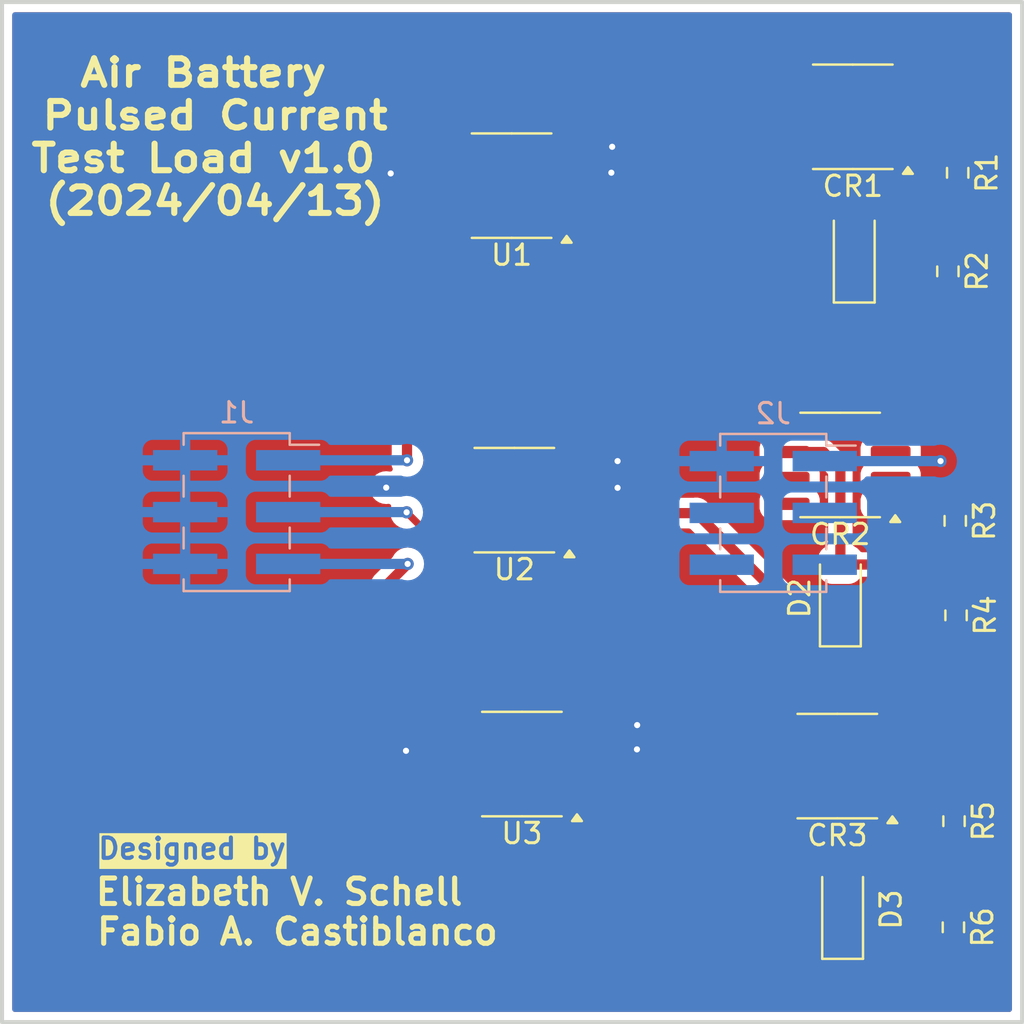
<source format=kicad_pcb>
(kicad_pcb (version 20240108) (generator "pcbnew") (generator_version "8.0")
  (title_block (title "Pulsed Current Battery Load") (company "IoT4Ag at Purdue") (comment 1 "Andrew D. Balmos") (comment 2 "Reviewed by") (comment 3 "Circuit Design by Elizabeth V. Schell") (comment 4 "PCB Design by Fabio A. Castiblanco"))
  (layers (0 "F.Cu" signal) (31 "B.Cu" signal) (34 "B.Paste" user) (35 "F.Paste" user) (36 "B.SilkS" user "B.Silkscreen") (37 "F.SilkS" user "F.Silkscreen") (38 "B.Mask" user) (39 "F.Mask" user) (44 "Edge.Cuts" user))
  (net 0 "")
  (net 1 "Net-(CR1-V-)")
  (net 2 "Net-(D1-K)")
  (net 3 "Net-(CR2-V-)")
  (net 4 "Net-(D2-K)")
  (net 5 "Net-(CR3-V-)")
  (net 6 "Net-(D3-K)")
  (net 7 "GND")
  (net 8 "/P2+")
  (net 9 "/P3+")
  (net 10 "/P1+")
  (net 11 "/IN6")
  (net 12 "/IN3")
  (net 13 "/IN4")
  (net 14 "/5V_SW")
  (net 15 "/IN5")
  (net 16 "Net-(CR1-ADJ)")
  (net 17 "Net-(CR2-ADJ)")
  (net 18 "Net-(CR3-ADJ)")
  (footprint "Package_SO:SOIC-8_3.9x4.9mm_P1.27mm" (layer "F.Cu") (at 184.7 49.625 180)
    (property "Reference" "CR1" (at 0 -3.4 180) (layer "F.SilkS"))
    (property "Value" "LM234DT" (hide yes))
    (fp_line (start 0 2.56) (end 1.95 2.56) (stroke (width 0.12)) (layer "F.SilkS"))
    (fp_line (start 0 2.56) (end -1.95 2.56) (stroke (width 0.12)) (layer "F.SilkS"))
    (fp_line (start 0 -2.56) (end 1.95 -2.56) (stroke (width 0.12)) (layer "F.SilkS"))
    (fp_line (start 0 -2.56) (end -1.95 -2.56) (stroke (width 0.12)) (layer "F.SilkS"))
    (fp_poly (pts (xy -2.7 -2.465) (xy -2.94 -2.795) (xy -2.46 -2.795) (xy -2.7 -2.465)) (stroke (width 0.12)) (fill solid) (layer "F.SilkS"))
    (pad "1" smd roundrect (at -2.475 -1.905 180) (size 1.95 0.6) (layers "F.Cu" "F.Paste" "F.Mask") (net 16 "Net-(CR1-ADJ)"))
    (pad "2" smd roundrect (at -2.475 -0.635 180) (size 1.95 0.6) (layers "F.Cu" "F.Paste" "F.Mask"))
    (pad "3" smd roundrect (at -2.475 0.635 180) (size 1.95 0.6) (layers "F.Cu" "F.Paste" "F.Mask"))
    (pad "4" smd roundrect (at -2.475 1.905 180) (size 1.95 0.6) (layers "F.Cu" "F.Paste" "F.Mask") (net 14 "/5V_SW"))
    (pad "5" smd roundrect (at 2.475 1.905 180) (size 1.95 0.6) (layers "F.Cu" "F.Paste" "F.Mask"))
    (pad "6" smd roundrect (at 2.475 0.635 180) (size 1.95 0.6) (layers "F.Cu" "F.Paste" "F.Mask") (net 1 "Net-(CR1-V-)"))
    (pad "7" smd roundrect (at 2.475 -0.635 180) (size 1.95 0.6) (layers "F.Cu" "F.Paste" "F.Mask"))
    (pad "8" smd roundrect (at 2.475 -1.905 180) (size 1.95 0.6) (layers "F.Cu" "F.Paste" "F.Mask"))
  )
  (footprint "Resistor_SMD:R_0603_1608Metric" (layer "F.Cu") (at 189.36 57.2 -90)
    (property "Reference" "R2" (at 0 -1.43 90) (layer "F.SilkS"))
    (property "Value" "41200" (hide yes))
    (fp_line (start -0.237258 0.5225) (end 0.237258 0.5225) (stroke (width 0.12)) (layer "F.SilkS"))
    (fp_line (start -0.237258 -0.5225) (end 0.237258 -0.5225) (stroke (width 0.12)) (layer "F.SilkS"))
    (pad "1" smd roundrect (at -0.825 0 270) (size 0.8 0.95) (layers "F.Cu" "F.Paste" "F.Mask") (net 16 "Net-(CR1-ADJ)"))
    (pad "2" smd roundrect (at 0.825 0 270) (size 0.8 0.95) (layers "F.Cu" "F.Paste" "F.Mask") (net 2 "Net-(D1-K)"))
  )
  (footprint "Package_SO:SOIC-8_3.9x4.9mm_P1.27mm" (layer "F.Cu") (at 184.08 66.69 180)
    (property "Reference" "CR2" (at 0 -3.4 180) (layer "F.SilkS"))
    (property "Value" "LM234DT" (hide yes))
    (fp_line (start 0 2.56) (end 1.95 2.56) (stroke (width 0.12)) (layer "F.SilkS"))
    (fp_line (start 0 2.56) (end -1.95 2.56) (stroke (width 0.12)) (layer "F.SilkS"))
    (fp_line (start 0 -2.56) (end 1.95 -2.56) (stroke (width 0.12)) (layer "F.SilkS"))
    (fp_line (start 0 -2.56) (end -1.95 -2.56) (stroke (width 0.12)) (layer "F.SilkS"))
    (fp_poly (pts (xy -2.7 -2.465) (xy -2.94 -2.795) (xy -2.46 -2.795) (xy -2.7 -2.465)) (stroke (width 0.12)) (fill solid) (layer "F.SilkS"))
    (pad "1" smd roundrect (at -2.475 -1.905 180) (size 1.95 0.6) (layers "F.Cu" "F.Paste" "F.Mask") (net 17 "Net-(CR2-ADJ)"))
    (pad "2" smd roundrect (at -2.475 -0.635 180) (size 1.95 0.6) (layers "F.Cu" "F.Paste" "F.Mask"))
    (pad "3" smd roundrect (at -2.475 0.635 180) (size 1.95 0.6) (layers "F.Cu" "F.Paste" "F.Mask"))
    (pad "4" smd roundrect (at -2.475 1.905 180) (size 1.95 0.6) (layers "F.Cu" "F.Paste" "F.Mask") (net 14 "/5V_SW"))
    (pad "5" smd roundrect (at 2.475 1.905 180) (size 1.95 0.6) (layers "F.Cu" "F.Paste" "F.Mask"))
    (pad "6" smd roundrect (at 2.475 0.635 180) (size 1.95 0.6) (layers "F.Cu" "F.Paste" "F.Mask") (net 3 "Net-(CR2-V-)"))
    (pad "7" smd roundrect (at 2.475 -0.635 180) (size 1.95 0.6) (layers "F.Cu" "F.Paste" "F.Mask"))
    (pad "8" smd roundrect (at 2.475 -1.905 180) (size 1.95 0.6) (layers "F.Cu" "F.Paste" "F.Mask"))
  )
  (footprint "Resistor_SMD:R_0603_1608Metric" (layer "F.Cu") (at 189.66 84.15 -90)
    (property "Reference" "R5" (at 0 -1.43 90) (layer "F.SilkS"))
    (property "Value" "4120" (hide yes))
    (fp_line (start -0.237258 0.5225) (end 0.237258 0.5225) (stroke (width 0.12)) (layer "F.SilkS"))
    (fp_line (start -0.237258 -0.5225) (end 0.237258 -0.5225) (stroke (width 0.12)) (layer "F.SilkS"))
    (pad "1" smd roundrect (at -0.825 0 270) (size 0.8 0.95) (layers "F.Cu" "F.Paste" "F.Mask") (net 18 "Net-(CR3-ADJ)"))
    (pad "2" smd roundrect (at 0.825 0 270) (size 0.8 0.95) (layers "F.Cu" "F.Paste" "F.Mask") (net 5 "Net-(CR3-V-)"))
  )
  (footprint "components:penn_logo" (layer "F.Cu") (at 151.33 58.03)
    (property "Reference" "G1" (hide yes))
    (property "Value" "LOGO" (hide yes))
  )
  (footprint "Diode_SMD:D_SOD-123" (layer "F.Cu") (at 184.77 56.3675 90)
    (property "Reference" "D1" (hide yes))
    (property "Value" "1N4148" (hide yes))
    (fp_line (start -2.36 -1) (end 1.65 -1) (stroke (width 0.12)) (layer "F.SilkS"))
    (fp_line (start -2.36 -1) (end -2.36 1) (stroke (width 0.12)) (layer "F.SilkS"))
    (fp_line (start -2.36 1) (end 1.65 1) (stroke (width 0.12)) (layer "F.SilkS"))
    (pad "1" smd roundrect (at -1.65 0 90) (size 0.9 1.2) (layers "F.Cu" "F.Paste" "F.Mask") (net 2 "Net-(D1-K)"))
    (pad "2" smd roundrect (at 1.65 0 90) (size 0.9 1.2) (layers "F.Cu" "F.Paste" "F.Mask") (net 1 "Net-(CR1-V-)"))
  )
  (footprint "Diode_SMD:D_SOD-123" (layer "F.Cu") (at 184.2 88.5375 90)
    (property "Reference" "D3" (at 0.0575 2.37 270) (layer "F.SilkS"))
    (property "Value" "1N4148" (hide yes))
    (fp_line (start -2.36 -1) (end 1.65 -1) (stroke (width 0.12)) (layer "F.SilkS"))
    (fp_line (start -2.36 -1) (end -2.36 1) (stroke (width 0.12)) (layer "F.SilkS"))
    (fp_line (start -2.36 1) (end 1.65 1) (stroke (width 0.12)) (layer "F.SilkS"))
    (pad "1" smd roundrect (at -1.65 0 90) (size 0.9 1.2) (layers "F.Cu" "F.Paste" "F.Mask") (net 6 "Net-(D3-K)"))
    (pad "2" smd roundrect (at 1.65 0 90) (size 0.9 1.2) (layers "F.Cu" "F.Paste" "F.Mask") (net 5 "Net-(CR3-V-)"))
  )
  (footprint "components:iot4ag" (layer "F.Cu") (at 152.348219 61.963)
    (property "Reference" "G2" (hide yes))
    (property "Value" "LOGO" (hide yes))
  )
  (footprint "Resistor_SMD:R_0603_1608Metric" (layer "F.Cu") (at 189.76 74.06 -90)
    (property "Reference" "R4" (at 0 -1.43 90) (layer "F.SilkS"))
    (property "Value" "41200" (hide yes))
    (fp_line (start -0.237258 0.5225) (end 0.237258 0.5225) (stroke (width 0.12)) (layer "F.SilkS"))
    (fp_line (start -0.237258 -0.5225) (end 0.237258 -0.5225) (stroke (width 0.12)) (layer "F.SilkS"))
    (pad "1" smd roundrect (at -0.825 0 270) (size 0.8 0.95) (layers "F.Cu" "F.Paste" "F.Mask") (net 17 "Net-(CR2-ADJ)"))
    (pad "2" smd roundrect (at 0.825 0 270) (size 0.8 0.95) (layers "F.Cu" "F.Paste" "F.Mask") (net 4 "Net-(D2-K)"))
  )
  (footprint "Diode_SMD:D_SOD-123" (layer "F.Cu") (at 184.09 73.22 90)
    (property "Reference" "D2" (at 0 -2 270) (layer "F.SilkS"))
    (property "Value" "1N4148" (hide yes))
    (fp_line (start -2.36 -1) (end 1.65 -1) (stroke (width 0.12)) (layer "F.SilkS"))
    (fp_line (start -2.36 -1) (end -2.36 1) (stroke (width 0.12)) (layer "F.SilkS"))
    (fp_line (start -2.36 1) (end 1.65 1) (stroke (width 0.12)) (layer "F.SilkS"))
    (pad "1" smd roundrect (at -1.65 0 90) (size 0.9 1.2) (layers "F.Cu" "F.Paste" "F.Mask") (net 4 "Net-(D2-K)"))
    (pad "2" smd roundrect (at 1.65 0 90) (size 0.9 1.2) (layers "F.Cu" "F.Paste" "F.Mask") (net 3 "Net-(CR2-V-)"))
  )
  (footprint "Package_SO:SOIC-8_3.9x4.9mm_P1.27mm" (layer "F.Cu") (at 183.94 81.45 180)
    (property "Reference" "CR3" (at 0 -3.4 180) (layer "F.SilkS"))
    (property "Value" "LM234DT" (hide yes))
    (fp_line (start 0 2.56) (end 1.95 2.56) (stroke (width 0.12)) (layer "F.SilkS"))
    (fp_line (start 0 2.56) (end -1.95 2.56) (stroke (width 0.12)) (layer "F.SilkS"))
    (fp_line (start 0 -2.56) (end 1.95 -2.56) (stroke (width 0.12)) (layer "F.SilkS"))
    (fp_line (start 0 -2.56) (end -1.95 -2.56) (stroke (width 0.12)) (layer "F.SilkS"))
    (fp_poly (pts (xy -2.7 -2.465) (xy -2.94 -2.795) (xy -2.46 -2.795) (xy -2.7 -2.465)) (stroke (width 0.12)) (fill solid) (layer "F.SilkS"))
    (pad "1" smd roundrect (at -2.475 -1.905 180) (size 1.95 0.6) (layers "F.Cu" "F.Paste" "F.Mask") (net 18 "Net-(CR3-ADJ)"))
    (pad "2" smd roundrect (at -2.475 -0.635 180) (size 1.95 0.6) (layers "F.Cu" "F.Paste" "F.Mask"))
    (pad "3" smd roundrect (at -2.475 0.635 180) (size 1.95 0.6) (layers "F.Cu" "F.Paste" "F.Mask"))
    (pad "4" smd roundrect (at -2.475 1.905 180) (size 1.95 0.6) (layers "F.Cu" "F.Paste" "F.Mask") (net 14 "/5V_SW"))
    (pad "5" smd roundrect (at 2.475 1.905 180) (size 1.95 0.6) (layers "F.Cu" "F.Paste" "F.Mask"))
    (pad "6" smd roundrect (at 2.475 0.635 180) (size 1.95 0.6) (layers "F.Cu" "F.Paste" "F.Mask") (net 5 "Net-(CR3-V-)"))
    (pad "7" smd roundrect (at 2.475 -0.635 180) (size 1.95 0.6) (layers "F.Cu" "F.Paste" "F.Mask"))
    (pad "8" smd roundrect (at 2.475 -1.905 180) (size 1.95 0.6) (layers "F.Cu" "F.Paste" "F.Mask"))
  )
  (footprint "Resistor_SMD:R_0603_1608Metric" (layer "F.Cu") (at 189.72 69.43 -90)
    (property "Reference" "R3" (at 0 -1.43 90) (layer "F.SilkS"))
    (property "Value" "4120" (hide yes))
    (fp_line (start -0.237258 0.5225) (end 0.237258 0.5225) (stroke (width 0.12)) (layer "F.SilkS"))
    (fp_line (start -0.237258 -0.5225) (end 0.237258 -0.5225) (stroke (width 0.12)) (layer "F.SilkS"))
    (pad "1" smd roundrect (at -0.825 0 270) (size 0.8 0.95) (layers "F.Cu" "F.Paste" "F.Mask") (net 17 "Net-(CR2-ADJ)"))
    (pad "2" smd roundrect (at 0.825 0 270) (size 0.8 0.95) (layers "F.Cu" "F.Paste" "F.Mask") (net 3 "Net-(CR2-V-)"))
  )
  (footprint "Package_SO:SOIC-8_3.9x4.9mm_P1.27mm" (layer "F.Cu") (at 168.48 81.35 180)
    (property "Reference" "U3" (at 0 -3.4 180) (layer "F.SilkS"))
    (property "Value" "eALD1116SAL" (hide yes))
    (fp_line (start 0 2.56) (end 1.95 2.56) (stroke (width 0.12)) (layer "F.SilkS"))
    (fp_line (start 0 2.56) (end -1.95 2.56) (stroke (width 0.12)) (layer "F.SilkS"))
    (fp_line (start 0 -2.56) (end 1.95 -2.56) (stroke (width 0.12)) (layer "F.SilkS"))
    (fp_line (start 0 -2.56) (end -1.95 -2.56) (stroke (width 0.12)) (layer "F.SilkS"))
    (fp_poly (pts (xy -2.7 -2.465) (xy -2.94 -2.795) (xy -2.46 -2.795) (xy -2.7 -2.465)) (stroke (width 0.12)) (fill solid) (layer "F.SilkS"))
    (pad "1" smd roundrect (at -2.475 -1.905 180) (size 1.95 0.6) (layers "F.Cu" "F.Paste" "F.Mask") (net 9 "/P3+"))
    (pad "2" smd roundrect (at -2.475 -0.635 180) (size 1.95 0.6) (layers "F.Cu" "F.Paste" "F.Mask") (net 6 "Net-(D3-K)"))
    (pad "3" smd roundrect (at -2.475 0.635 180) (size 1.95 0.6) (layers "F.Cu" "F.Paste" "F.Mask") (net 7 "GND"))
    (pad "4" smd roundrect (at -2.475 1.905 180) (size 1.95 0.6) (layers "F.Cu" "F.Paste" "F.Mask") (net 7 "GND"))
    (pad "5" smd roundrect (at 2.475 1.905 180) (size 1.95 0.6) (layers "F.Cu" "F.Paste" "F.Mask") (net 14 "/5V_SW"))
    (pad "6" smd roundrect (at 2.475 0.635 180) (size 1.95 0.6) (layers "F.Cu" "F.Paste" "F.Mask") (net 7 "GND"))
    (pad "7" smd roundrect (at 2.475 -0.635 180) (size 1.95 0.6) (layers "F.Cu" "F.Paste" "F.Mask") (net 6 "Net-(D3-K)"))
    (pad "8" smd roundrect (at 2.475 -1.905 180) (size 1.95 0.6) (layers "F.Cu" "F.Paste" "F.Mask") (net 6 "Net-(D3-K)"))
  )
  (footprint "Resistor_SMD:R_0603_1608Metric" (layer "F.Cu") (at 189.84 52.37 -90)
    (property "Reference" "R1" (at 0 -1.43 90) (layer "F.SilkS"))
    (property "Value" "4120" (hide yes))
    (fp_line (start -0.237258 0.5225) (end 0.237258 0.5225) (stroke (width 0.12)) (layer "F.SilkS"))
    (fp_line (start -0.237258 -0.5225) (end 0.237258 -0.5225) (stroke (width 0.12)) (layer "F.SilkS"))
    (pad "1" smd roundrect (at -0.825 0 270) (size 0.8 0.95) (layers "F.Cu" "F.Paste" "F.Mask") (net 16 "Net-(CR1-ADJ)"))
    (pad "2" smd roundrect (at 0.825 0 270) (size 0.8 0.95) (layers "F.Cu" "F.Paste" "F.Mask") (net 1 "Net-(CR1-V-)"))
  )
  (footprint "Package_SO:SOIC-8_3.9x4.9mm_P1.27mm" (layer "F.Cu") (at 168.11 68.415 180)
    (property "Reference" "U2" (at 0 -3.4 180) (layer "F.SilkS"))
    (property "Value" "eALD1116SAL" (hide yes))
    (fp_line (start 0 2.56) (end 1.95 2.56) (stroke (width 0.12)) (layer "F.SilkS"))
    (fp_line (start 0 2.56) (end -1.95 2.56) (stroke (width 0.12)) (layer "F.SilkS"))
    (fp_line (start 0 -2.56) (end 1.95 -2.56) (stroke (width 0.12)) (layer "F.SilkS"))
    (fp_line (start 0 -2.56) (end -1.95 -2.56) (stroke (width 0.12)) (layer "F.SilkS"))
    (fp_poly (pts (xy -2.7 -2.465) (xy -2.94 -2.795) (xy -2.46 -2.795) (xy -2.7 -2.465)) (stroke (width 0.12)) (fill solid) (layer "F.SilkS"))
    (pad "1" smd roundrect (at -2.475 -1.905 180) (size 1.95 0.6) (layers "F.Cu" "F.Paste" "F.Mask") (net 8 "/P2+"))
    (pad "2" smd roundrect (at -2.475 -0.635 180) (size 1.95 0.6) (layers "F.Cu" "F.Paste" "F.Mask") (net 4 "Net-(D2-K)"))
    (pad "3" smd roundrect (at -2.475 0.635 180) (size 1.95 0.6) (layers "F.Cu" "F.Paste" "F.Mask") (net 7 "GND"))
    (pad "4" smd roundrect (at -2.475 1.905 180) (size 1.95 0.6) (layers "F.Cu" "F.Paste" "F.Mask") (net 7 "GND"))
    (pad "5" smd roundrect (at 2.475 1.905 180) (size 1.95 0.6) (layers "F.Cu" "F.Paste" "F.Mask") (net 14 "/5V_SW"))
    (pad "6" smd roundrect (at 2.475 0.635 180) (size 1.95 0.6) (layers "F.Cu" "F.Paste" "F.Mask") (net 7 "GND"))
    (pad "7" smd roundrect (at 2.475 -0.635 180) (size 1.95 0.6) (layers "F.Cu" "F.Paste" "F.Mask") (net 4 "Net-(D2-K)"))
    (pad "8" smd roundrect (at 2.475 -1.905 180) (size 1.95 0.6) (layers "F.Cu" "F.Paste" "F.Mask") (net 4 "Net-(D2-K)"))
  )
  (footprint "Package_SO:SOIC-8_3.9x4.9mm_P1.27mm" (layer "F.Cu") (at 167.975 53 180)
    (property "Reference" "U1" (at 0 -3.4 180) (layer "F.SilkS"))
    (property "Value" "eALD1116SAL" (hide yes))
    (fp_line (start 0 2.56) (end 1.95 2.56) (stroke (width 0.12)) (layer "F.SilkS"))
    (fp_line (start 0 2.56) (end -1.95 2.56) (stroke (width 0.12)) (layer "F.SilkS"))
    (fp_line (start 0 -2.56) (end 1.95 -2.56) (stroke (width 0.12)) (layer "F.SilkS"))
    (fp_line (start 0 -2.56) (end -1.95 -2.56) (stroke (width 0.12)) (layer "F.SilkS"))
    (fp_poly (pts (xy -2.7 -2.465) (xy -2.94 -2.795) (xy -2.46 -2.795) (xy -2.7 -2.465)) (stroke (width 0.12)) (fill solid) (layer "F.SilkS"))
    (pad "1" smd roundrect (at -2.475 -1.905 180) (size 1.95 0.6) (layers "F.Cu" "F.Paste" "F.Mask") (net 10 "/P1+"))
    (pad "2" smd roundrect (at -2.475 -0.635 180) (size 1.95 0.6) (layers "F.Cu" "F.Paste" "F.Mask") (net 2 "Net-(D1-K)"))
    (pad "3" smd roundrect (at -2.475 0.635 180) (size 1.95 0.6) (layers "F.Cu" "F.Paste" "F.Mask") (net 7 "GND"))
    (pad "4" smd roundrect (at -2.475 1.905 180) (size 1.95 0.6) (layers "F.Cu" "F.Paste" "F.Mask") (net 7 "GND"))
    (pad "5" smd roundrect (at 2.475 1.905 180) (size 1.95 0.6) (layers "F.Cu" "F.Paste" "F.Mask") (net 14 "/5V_SW"))
    (pad "6" smd roundrect (at 2.475 0.635 180) (size 1.95 0.6) (layers "F.Cu" "F.Paste" "F.Mask") (net 7 "GND"))
    (pad "7" smd roundrect (at 2.475 -0.635 180) (size 1.95 0.6) (layers "F.Cu" "F.Paste" "F.Mask") (net 2 "Net-(D1-K)"))
    (pad "8" smd roundrect (at 2.475 -1.905 180) (size 1.95 0.6) (layers "F.Cu" "F.Paste" "F.Mask") (net 2 "Net-(D1-K)"))
  )
  (footprint "Resistor_SMD:R_0603_1608Metric" (layer "F.Cu") (at 189.63 89.35 -90)
    (property "Reference" "R6" (at 0 -1.43 90) (layer "F.SilkS"))
    (property "Value" "41200" (hide yes))
    (fp_line (start -0.237258 0.5225) (end 0.237258 0.5225) (stroke (width 0.12)) (layer "F.SilkS"))
    (fp_line (start -0.237258 -0.5225) (end 0.237258 -0.5225) (stroke (width 0.12)) (layer "F.SilkS"))
    (pad "1" smd roundrect (at -0.825 0 270) (size 0.8 0.95) (layers "F.Cu" "F.Paste" "F.Mask") (net 18 "Net-(CR3-ADJ)"))
    (pad "2" smd roundrect (at 0.825 0 270) (size 0.8 0.95) (layers "F.Cu" "F.Paste" "F.Mask") (net 6 "Net-(D3-K)"))
  )
  (footprint "Connector_PinHeader_2.54mm:PinHeader_2x03_P2.54mm_Vertical_SMD" (layer "B.Cu") (at 180.8 69.04 180)
    (property "Reference" "J2" (at 0 4.87 180) (layer "B.SilkS") (effects (justify mirror)))
    (property "Value" "Conn_02x03_Odd_Even")
    (fp_line (start 2.6 3.87) (end -2.6 3.87) (stroke (width 0.12)) (layer "B.SilkS"))
    (fp_line (start 2.6 3.3) (end 2.6 3.87) (stroke (width 0.12)) (layer "B.SilkS"))
    (fp_line (start 2.6 0.76) (end 2.6 1.78) (stroke (width 0.12)) (layer "B.SilkS"))
    (fp_line (start 2.6 -1.78) (end 2.6 -0.76) (stroke (width 0.12)) (layer "B.SilkS"))
    (fp_line (start 2.6 -3.87) (end 2.6 -3.3) (stroke (width 0.12)) (layer "B.SilkS"))
    (fp_line (start 2.6 -3.87) (end -2.6 -3.87) (stroke (width 0.12)) (layer "B.SilkS"))
    (fp_line (start -2.6 3.3) (end -2.6 3.87) (stroke (width 0.12)) (layer "B.SilkS"))
    (fp_line (start -2.6 3.3) (end -4.04 3.3) (stroke (width 0.12)) (layer "B.SilkS"))
    (fp_line (start -2.6 0.76) (end -2.6 1.78) (stroke (width 0.12)) (layer "B.SilkS"))
    (fp_line (start -2.6 -1.78) (end -2.6 -0.76) (stroke (width 0.12)) (layer "B.SilkS"))
    (fp_line (start -2.6 -3.87) (end -2.6 -3.3) (stroke (width 0.12)) (layer "B.SilkS"))
    (pad "1" smd rect (at -2.525 2.54 180) (size 3.15 1) (layers "B.Cu" "B.Paste" "B.Mask") (net 14 "/5V_SW"))
    (pad "2" smd rect (at 2.525 2.54 180) (size 3.15 1) (layers "B.Cu" "B.Paste" "B.Mask") (net 7 "GND"))
    (pad "3" smd rect (at -2.525 0 180) (size 3.15 1) (layers "B.Cu" "B.Paste" "B.Mask") (net 12 "/IN3"))
    (pad "4" smd rect (at 2.525 0 180) (size 3.15 1) (layers "B.Cu" "B.Paste" "B.Mask") (net 13 "/IN4"))
    (pad "5" smd rect (at -2.525 -2.54 180) (size 3.15 1) (layers "B.Cu" "B.Paste" "B.Mask") (net 15 "/IN5"))
    (pad "6" smd rect (at 2.525 -2.54 180) (size 3.15 1) (layers "B.Cu" "B.Paste" "B.Mask") (net 11 "/IN6"))
  )
  (footprint "Connector_PinHeader_2.54mm:PinHeader_2x03_P2.54mm_Vertical_SMD" (layer "B.Cu") (at 154.5 69 180)
    (property "Reference" "J1" (at 0 4.87 180) (layer "B.SilkS") (effects (justify mirror)))
    (property "Value" "Conn_02x03_Odd_Even")
    (fp_line (start 2.6 3.87) (end -2.6 3.87) (stroke (width 0.12)) (layer "B.SilkS"))
    (fp_line (start 2.6 3.3) (end 2.6 3.87) (stroke (width 0.12)) (layer "B.SilkS"))
    (fp_line (start 2.6 0.76) (end 2.6 1.78) (stroke (width 0.12)) (layer "B.SilkS"))
    (fp_line (start 2.6 -1.78) (end 2.6 -0.76) (stroke (width 0.12)) (layer "B.SilkS"))
    (fp_line (start 2.6 -3.87) (end 2.6 -3.3) (stroke (width 0.12)) (layer "B.SilkS"))
    (fp_line (start 2.6 -3.87) (end -2.6 -3.87) (stroke (width 0.12)) (layer "B.SilkS"))
    (fp_line (start -2.6 3.3) (end -2.6 3.87) (stroke (width 0.12)) (layer "B.SilkS"))
    (fp_line (start -2.6 3.3) (end -4.04 3.3) (stroke (width 0.12)) (layer "B.SilkS"))
    (fp_line (start -2.6 0.76) (end -2.6 1.78) (stroke (width 0.12)) (layer "B.SilkS"))
    (fp_line (start -2.6 -1.78) (end -2.6 -0.76) (stroke (width 0.12)) (layer "B.SilkS"))
    (fp_line (start -2.6 -3.87) (end -2.6 -3.3) (stroke (width 0.12)) (layer "B.SilkS"))
    (pad "1" smd rect (at -2.525 2.54 180) (size 3.15 1) (layers "B.Cu" "B.Paste" "B.Mask") (net 10 "/P1+"))
    (pad "2" smd rect (at 2.525 2.54 180) (size 3.15 1) (layers "B.Cu" "B.Paste" "B.Mask") (net 7 "GND"))
    (pad "3" smd rect (at -2.525 0 180) (size 3.15 1) (layers "B.Cu" "B.Paste" "B.Mask") (net 8 "/P2+"))
    (pad "4" smd rect (at 2.525 0 180) (size 3.15 1) (layers "B.Cu" "B.Paste" "B.Mask") (net 7 "GND"))
    (pad "5" smd rect (at -2.525 -2.54 180) (size 3.15 1) (layers "B.Cu" "B.Paste" "B.Mask") (net 9 "/P3+"))
    (pad "6" smd rect (at 2.525 -2.54 180) (size 3.15 1) (layers "B.Cu" "B.Paste" "B.Mask") (net 7 "GND"))
  )
  (gr_rect (start 143 44) (end 193 94) (stroke (width 0.2)) (fill none) (layer "Edge.Cuts"))
  (gr_text "Designed by" (at 147.61 86.08 0) (layer "F.SilkS" knockout) (effects (font (size 1 1) (thickness 0.2) (bold yes)) (justify left bottom)))
  (gr_text "Air Battery \nPulsed Current\nTest Load v1.0 \n(2024/04/13)" (at 153.44 54.51 0) (layer "F.SilkS") (effects (font (size 1.3 1.5) (thickness 0.3) (bold yes)) (justify bottom)))
  (gr_text "Fabio A. Castiblanco " (at 147.52 90.3 0) (layer "F.SilkS") (effects (font (size 1.25 1.25) (thickness 0.25) (bold yes)) (justify left bottom)))
  (gr_text "Elizabeth V. Schell " (at 147.46 88.35 0) (layer "F.SilkS") (effects (font (size 1.25 1.25) (thickness 0.25) (bold yes)) (justify left bottom)))
  (segment (start 184.77 54.7175) (end 184.77 49.98) (width 0.5) (layer "F.Cu") (net 1))
  (segment (start 187.795 53.195) (end 189.84 53.195) (width 0.5) (layer "F.Cu") (net 1))
  (segment (start 184.77 49.98) (end 183.78 48.99) (width 0.5) (layer "F.Cu") (net 1))
  (segment (start 183.78 48.99) (end 182.225 48.99) (width 0.5) (layer "F.Cu") (net 1))
  (segment (start 184.77 54.7175) (end 186.2725 54.7175) (width 0.5) (layer "F.Cu") (net 1))
  (segment (start 186.2725 54.7175) (end 187.795 53.195) (width 0.5) (layer "F.Cu") (net 1))
  (segment (start 165.5 54.905) (end 165.5 53.635) (width 0.35) (layer "F.Cu") (net 2))
  (segment (start 170.585 53.5) (end 170.45 53.635) (width 0.2) (layer "F.Cu") (net 2))
  (segment (start 189.36 58.025) (end 184.7775 58.025) (width 0.5) (layer "F.Cu") (net 2))
  (segment (start 179.2975 58.0175) (end 184.77 58.0175) (width 0.5) (layer "F.Cu") (net 2))
  (segment (start 170.45 53.635) (end 174.915 53.635) (width 0.5) (layer "F.Cu") (net 2))
  (segment (start 165.5 53.635) (end 170.45 53.635) (width 0.35) (layer "F.Cu") (net 2))
  (segment (start 174.915 53.635) (end 179.2975 58.0175) (width 0.5) (layer "F.Cu") (net 2))
  (segment (start 184.7775 58.025) (end 184.77 58.0175) (width 0.2) (layer "F.Cu") (net 2))
  (segment (start 184.09 71.57) (end 186.28 71.57) (width 0.5) (layer "F.Cu") (net 3))
  (segment (start 187.595 70.255) (end 189.72 70.255) (width 0.5) (layer "F.Cu") (net 3))
  (segment (start 183.265 66.055) (end 181.605 66.055) (width 0.5) (layer "F.Cu") (net 3))
  (segment (start 184.09 66.88) (end 183.265 66.055) (width 0.5) (layer "F.Cu") (net 3))
  (segment (start 181.53 65.98) (end 181.605 66.055) (width 0.2) (layer "F.Cu") (net 3))
  (segment (start 186.28 71.57) (end 187.595 70.255) (width 0.5) (layer "F.Cu") (net 3))
  (segment (start 184.09 71.57) (end 184.09 66.88) (width 0.5) (layer "F.Cu") (net 3))
  (segment (start 177.02 69.04) (end 177.01 69.05) (width 0.2) (layer "F.Cu") (net 4))
  (segment (start 177.01 69.05) (end 170.585 69.05) (width 0.5) (layer "F.Cu") (net 4))
  (segment (start 165.635 70.32) (end 165.635 69.05) (width 0.2) (layer "F.Cu") (net 4))
  (segment (start 189.76 74.885) (end 184.105 74.885) (width 0.5) (layer "F.Cu") (net 4))
  (segment (start 184.09 74.87) (end 182.85 74.87) (width 0.5) (layer "F.Cu") (net 4))
  (segment (start 184.105 74.885) (end 184.09 74.87) (width 0.2) (layer "F.Cu") (net 4))
  (segment (start 165.635 69.05) (end 170.585 69.05) (width 0.35) (layer "F.Cu") (net 4))
  (segment (start 182.85 74.87) (end 177.02 69.04) (width 0.5) (layer "F.Cu") (net 4))
  (segment (start 186.0125 86.8875) (end 187.925 84.975) (width 0.5) (layer "F.Cu") (net 5))
  (segment (start 184.2 81.71) (end 184.2 86.8875) (width 0.5) (layer "F.Cu") (net 5))
  (segment (start 181.465 80.815) (end 183.305 80.815) (width 0.5) (layer "F.Cu") (net 5))
  (segment (start 183.305 80.815) (end 184.2 81.71) (width 0.5) (layer "F.Cu") (net 5))
  (segment (start 187.925 84.975) (end 189.66 84.975) (width 0.5) (layer "F.Cu") (net 5))
  (segment (start 184.2 86.8875) (end 186.0125 86.8875) (width 0.5) (layer "F.Cu") (net 5))
  (segment (start 184.2125 90.175) (end 184.2 90.1875) (width 0.2) (layer "F.Cu") (net 6))
  (segment (start 182.06 90.19) (end 182.0625 90.1875) (width 0.2) (layer "F.Cu") (net 6))
  (segment (start 182.0625 90.1875) (end 184.2 90.1875) (width 0.5) (layer "F.Cu") (net 6))
  (segment (start 166.005 81.985) (end 170.955 81.985) (width 0.35) (layer "F.Cu") (net 6))
  (segment (start 170.955 81.985) (end 173.855 81.985) (width 0.5) (layer "F.Cu") (net 6))
  (segment (start 170.98 81.96) (end 170.955 81.985) (width 0.2) (layer "F.Cu") (net 6))
  (segment (start 189.63 90.175) (end 184.2125 90.175) (width 0.5) (layer "F.Cu") (net 6))
  (segment (start 166.005 83.255) (end 166.005 81.985) (width 0.35) (layer "F.Cu") (net 6))
  (segment (start 173.855 81.985) (end 182.06 90.19) (width 0.5) (layer "F.Cu") (net 6))
  (segment (start 173.16 66.51) (end 173.17 66.5) (width 0.2) (layer "F.Cu") (net 7))
  (segment (start 170.45 51.095) (end 172.905 51.095) (width 0.35) (layer "F.Cu") (net 7))
  (segment (start 174.12 80.63) (end 174.035 80.715) (width 0.2) (layer "F.Cu") (net 7))
  (segment (start 162.05 52.4) (end 162.085 52.365) (width 0.2) (layer "F.Cu") (net 7))
  (segment (start 170.45 52.365) (end 172.865 52.365) (width 0.35) (layer "F.Cu") (net 7))
  (segment (start 161.85 67.78) (end 165.635 67.78) (width 0.35) (layer "F.Cu") (net 7))
  (segment (start 161.83 67.8) (end 161.85 67.78) (width 0.2) (layer "F.Cu") (net 7))
  (segment (start 174.125 79.445) (end 170.955 79.445) (width 0.35) (layer "F.Cu") (net 7))
  (segment (start 162.815 80.715) (end 166.005 80.715) (width 0.35) (layer "F.Cu") (net 7))
  (segment (start 173.14 67.78) (end 170.585 67.78) (width 0.35) (layer "F.Cu") (net 7))
  (segment (start 162.085 52.365) (end 165.5 52.365) (width 0.35) (layer "F.Cu") (net 7))
  (segment (start 174.035 80.715) (end 170.955 80.715) (width 0.35) (layer "F.Cu") (net 7))
  (segment (start 170.585 66.51) (end 173.16 66.51) (width 0.35) (layer "F.Cu") (net 7))
  (segment (start 173.17 67.81) (end 173.14 67.78) (width 0.2) (layer "F.Cu") (net 7))
  (segment (start 174.13 79.44) (end 174.125 79.445) (width 0.2) (layer "F.Cu") (net 7))
  (via (at 161.83 67.8) (size 0.6) (drill 0.3) (layers "F.Cu" "B.Cu") (net 7))
  (via (at 162.8 80.7) (size 0.6) (drill 0.3) (layers "F.Cu" "B.Cu") (net 7))
  (via (at 172.905 51.095) (size 0.6) (drill 0.3) (layers "F.Cu" "B.Cu") (net 7))
  (via (at 174.13 79.44) (size 0.6) (drill 0.3) (layers "F.Cu" "B.Cu") (net 7))
  (via (at 173.17 66.5) (size 0.6) (drill 0.3) (layers "F.Cu" "B.Cu") (net 7))
  (via (at 174.12 80.63) (size 0.6) (drill 0.3) (layers "F.Cu" "B.Cu") (net 7))
  (via (at 172.865 52.365) (size 0.6) (drill 0.3) (layers "F.Cu" "B.Cu") (net 7))
  (via (at 173.17 67.81) (size 0.6) (drill 0.3) (layers "F.Cu" "B.Cu") (net 7))
  (via (at 162.05 52.4) (size 0.6) (drill 0.3) (layers "F.Cu" "B.Cu") (net 7))
  (segment (start 164.49 71.72) (end 167.26 71.72) (width 0.35) (layer "F.Cu") (net 8))
  (segment (start 168.66 70.32) (end 170.585 70.32) (width 0.35) (layer "F.Cu") (net 8))
  (segment (start 162.83 69.01) (end 164.09 70.27) (width 0.35) (layer "F.Cu") (net 8))
  (segment (start 164.09 71.32) (end 164.49 71.72) (width 0.35) (layer "F.Cu") (net 8))
  (segment (start 164.09 70.27) (end 164.09 71.32) (width 0.35) (layer "F.Cu") (net 8))
  (segment (start 167.26 71.72) (end 168.66 70.32) (width 0.35) (layer "F.Cu") (net 8))
  (via (at 162.83 69.01) (size 0.6) (drill 0.3) (layers "F.Cu" "B.Cu") (net 8))
  (segment (start 162.82 69) (end 158.3 69) (width 0.5) (layer "B.Cu") (net 8))
  (segment (start 162.83 69.01) (end 162.82 69) (width 0.2) (layer "B.Cu") (net 8))
  (segment (start 162.94 84.52) (end 161.82 83.4) (width 0.5) (layer "F.Cu") (net 9))
  (segment (start 170.955 83.255) (end 168.925 83.255) (width 0.5) (layer "F.Cu") (net 9))
  (segment (start 168.925 83.255) (end 167.66 84.52) (width 0.5) (layer "F.Cu") (net 9))
  (segment (start 161.82 72.6) (end 162.88 71.54) (width 0.5) (layer "F.Cu") (net 9))
  (segment (start 167.66 84.52) (end 162.94 84.52) (width 0.5) (layer "F.Cu") (net 9))
  (segment (start 161.82 83.4) (end 161.82 72.6) (width 0.5) (layer "F.Cu") (net 9))
  (via (at 162.88 71.54) (size 0.6) (drill 0.3) (layers "F.Cu" "B.Cu") (net 9))
  (segment (start 162.88 71.54) (end 158.3 71.54) (width 0.5) (layer "B.Cu") (net 9))
  (segment (start 167.975 54.905) (end 170.45 54.905) (width 0.5) (layer "F.Cu") (net 10))
  (segment (start 162.85 60.03) (end 167.975 54.905) (width 0.5) (layer "F.Cu") (net 10))
  (segment (start 162.85 66.46) (end 162.85 60.03) (width 0.5) (layer "F.Cu") (net 10))
  (via (at 162.85 66.46) (size 0.6) (drill 0.3) (layers "F.Cu" "B.Cu") (net 10))
  (segment (start 162.85 66.46) (end 158.3 66.46) (width 0.5) (layer "B.Cu") (net 10))
  (via (at 189 66.5) (size 0.6) (drill 0.3) (layers "F.Cu" "B.Cu") (net 14))
  (segment (start 184.6 66.5) (end 189 66.5) (width 0.5) (layer "B.Cu") (net 14))
  (segment (start 189.36 56.375) (end 190.685 56.375) (width 0.5) (layer "F.Cu") (net 16))
  (segment (start 189.84 51.545) (end 187.19 51.545) (width 0.5) (layer "F.Cu") (net 16))
  (segment (start 190.685 56.375) (end 191.32 55.74) (width 0.5) (layer "F.Cu") (net 16))
  (segment (start 191.32 52.01) (end 190.855 51.545) (width 0.5) (layer "F.Cu") (net 16))
  (segment (start 191.32 55.74) (end 191.32 52.01) (width 0.5) (layer "F.Cu") (net 16))
  (segment (start 190.855 51.545) (end 189.84 51.545) (width 0.5) (layer "F.Cu") (net 16))
  (segment (start 187.19 51.545) (end 187.175 51.53) (width 0.5) (layer "F.Cu") (net 16))
  (segment (start 189.72 68.605) (end 190.485 68.605) (width 0.5) (layer "F.Cu") (net 17))
  (segment (start 190.775 73.235) (end 189.76 73.235) (width 0.5) (layer "F.Cu") (net 17))
  (segment (start 186.55 68.6) (end 186.555 68.595) (width 0.2) (layer "F.Cu") (net 17))
  (segment (start 191.32 69.44) (end 191.32 72.69) (width 0.5) (layer "F.Cu") (net 17))
  (segment (start 190.485 68.605) (end 191.32 69.44) (width 0.5) (layer "F.Cu") (net 17))
  (segment (start 191.32 72.69) (end 190.775 73.235) (width 0.5) (layer "F.Cu") (net 17))
  (segment (start 189.71 68.595) (end 189.72 68.605) (width 0.2) (layer "F.Cu") (net 17))
  (segment (start 186.555 68.595) (end 189.71 68.595) (width 0.5) (layer "F.Cu") (net 17))
  (segment (start 191.49 85.77) (end 189.63 87.63) (width 0.5) (layer "F.Cu") (net 18))
  (segment (start 191.49 83.99) (end 191.49 85.77) (width 0.5) (layer "F.Cu") (net 18))
  (segment (start 190.825 83.325) (end 191.49 83.99) (width 0.5) (layer "F.Cu") (net 18))
  (segment (start 189.63 83.355) (end 189.66 83.325) (width 0.2) (layer "F.Cu") (net 18))
  (segment (start 189.63 87.63) (end 189.63 88.525) (width 0.5) (layer "F.Cu") (net 18))
  (segment (start 189.66 83.325) (end 190.825 83.325) (width 0.5) (layer "F.Cu") (net 18))
  (segment (start 186.415 83.355) (end 189.63 83.355) (width 0.5) (layer "F.Cu") (net 18))
  (zone (net 14) (net_name "/5V_SW") (layer "F.Cu") (connect_pads (clearance 0.5)) (min_thickness 0.25) (fill yes (thermal_gap 0.5) (thermal_bridge_width 0.5))
    (polygon (pts (xy 143 44) (xy 143 94) (xy 193 94) (xy 193 44)))
  )
  (zone (net 7) (net_name "GND") (layer "B.Cu") (priority 1) (connect_pads (clearance 0.5)) (min_thickness 0.25) (fill yes (thermal_gap 0.5) (thermal_bridge_width 0.5))
    (polygon (pts (xy 193 44) (xy 143 44) (xy 143 94) (xy 193 94)))
  )
)
</source>
